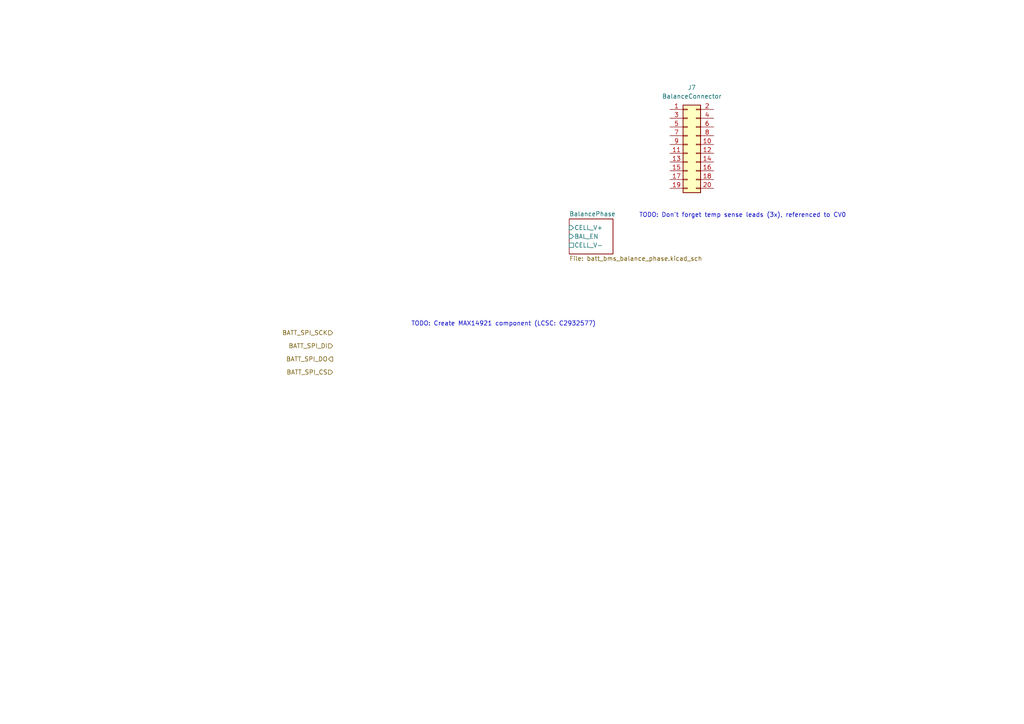
<source format=kicad_sch>
(kicad_sch (version 20231120) (generator "eeschema") (generator_version "8.0")
  (paper "A4")
  (lib_symbols
    (symbol "Connector_Generic:Conn_02x10_Odd_Even" (pin_names (offset 1.016) hide)
      (property "Reference" "J" (at 1.27 12.7 0))
      (property "Value" "Conn_02x10_Odd_Even" (at 1.27 -15.24 0))
      (symbol "Conn_02x10_Odd_Even_1_1"
        (rectangle (start -1.27 -12.573) (end 0 -12.827) (stroke (width 0.1524)))
        (rectangle (start -1.27 -10.033) (end 0 -10.287) (stroke (width 0.1524)))
        (rectangle (start -1.27 -7.493) (end 0 -7.747) (stroke (width 0.1524)))
        (rectangle (start -1.27 -4.953) (end 0 -5.207) (stroke (width 0.1524)))
        (rectangle (start -1.27 -2.413) (end 0 -2.667) (stroke (width 0.1524)))
        (rectangle (start -1.27 0.127) (end 0 -0.127) (stroke (width 0.1524)))
        (rectangle (start -1.27 2.667) (end 0 2.413) (stroke (width 0.1524)))
        (rectangle (start -1.27 5.207) (end 0 4.953) (stroke (width 0.1524)))
        (rectangle (start -1.27 7.747) (end 0 7.493) (stroke (width 0.1524)))
        (rectangle (start -1.27 10.287) (end 0 10.033) (stroke (width 0.1524)))
        (rectangle (start -1.27 11.43) (end 3.81 -13.97) (stroke (width 0.254)) (fill (type background)))
        (rectangle (start 3.81 -12.573) (end 2.54 -12.827) (stroke (width 0.1524)))
        (rectangle (start 3.81 -10.033) (end 2.54 -10.287) (stroke (width 0.1524)))
        (rectangle (start 3.81 -7.493) (end 2.54 -7.747) (stroke (width 0.1524)))
        (rectangle (start 3.81 -4.953) (end 2.54 -5.207) (stroke (width 0.1524)))
        (rectangle (start 3.81 -2.413) (end 2.54 -2.667) (stroke (width 0.1524)))
        (rectangle (start 3.81 0.127) (end 2.54 -0.127) (stroke (width 0.1524)))
        (rectangle (start 3.81 2.667) (end 2.54 2.413) (stroke (width 0.1524)))
        (rectangle (start 3.81 5.207) (end 2.54 4.953) (stroke (width 0.1524)))
        (rectangle (start 3.81 7.747) (end 2.54 7.493) (stroke (width 0.1524)))
        (rectangle (start 3.81 10.287) (end 2.54 10.033) (stroke (width 0.1524)))
        (pin passive line (at -5.08 10.16 0) (length 3.81) (name "Pin_1") (number "1"))
        (pin passive line (at 7.62 0 180) (length 3.81) (name "Pin_10") (number "10"))
        (pin passive line (at -5.08 -2.54 0) (length 3.81) (name "Pin_11") (number "11"))
        (pin passive line (at 7.62 -2.54 180) (length 3.81) (name "Pin_12") (number "12"))
        (pin passive line (at -5.08 -5.08 0) (length 3.81) (name "Pin_13") (number "13"))
        (pin passive line (at 7.62 -5.08 180) (length 3.81) (name "Pin_14") (number "14"))
        (pin passive line (at -5.08 -7.62 0) (length 3.81) (name "Pin_15") (number "15"))
        (pin passive line (at 7.62 -7.62 180) (length 3.81) (name "Pin_16") (number "16"))
        (pin passive line (at -5.08 -10.16 0) (length 3.81) (name "Pin_17") (number "17"))
        (pin passive line (at 7.62 -10.16 180) (length 3.81) (name "Pin_18") (number "18"))
        (pin passive line (at -5.08 -12.7 0) (length 3.81) (name "Pin_19") (number "19"))
        (pin passive line (at 7.62 10.16 180) (length 3.81) (name "Pin_2") (number "2"))
        (pin passive line (at 7.62 -12.7 180) (length 3.81) (name "Pin_20") (number "20"))
        (pin passive line (at -5.08 7.62 0) (length 3.81) (name "Pin_3") (number "3"))
        (pin passive line (at 7.62 7.62 180) (length 3.81) (name "Pin_4") (number "4"))
        (pin passive line (at -5.08 5.08 0) (length 3.81) (name "Pin_5") (number "5"))
        (pin passive line (at 7.62 5.08 180) (length 3.81) (name "Pin_6") (number "6"))
        (pin passive line (at -5.08 2.54 0) (length 3.81) (name "Pin_7") (number "7"))
        (pin passive line (at 7.62 2.54 180) (length 3.81) (name "Pin_8") (number "8"))
        (pin passive line (at -5.08 0 0) (length 3.81) (name "Pin_9") (number "9"))
      )
    )
  )
  (text "TODO: Create MAX14921 component (LCSC: C2932577)" (at 146.05 93.98 0) (effects (font (size 1.27 1.27))))
  (text "TODO: Don't forget temp sense leads (3x), referenced to CV0" (at 215.392 62.484 0) (effects (font (size 1.27 1.27))))
  (hierarchical_label "BATT_SPI_SCK" (shape input) (at 96.52 96.52 180))
  (hierarchical_label "BATT_SPI_CS" (shape input) (at 96.52 107.95 180))
  (hierarchical_label "BATT_SPI_DO" (shape output) (at 96.52 104.14 180))
  (hierarchical_label "BATT_SPI_DI" (shape input) (at 96.52 100.33 180))
  (symbol (lib_id "Connector_Generic:Conn_02x10_Odd_Even") (at 199.39 41.91 0) (unit 1)
    (property "Reference" "J7" (at 200.66 25.4 0))
    (property "Value" "BalanceConnector" (at 200.66 27.94 0))
    (property "Description" "Generic connector, double row, 02x10, odd/even pin numbering scheme (row 1 odd numbers, row 2 even numbers), script generated (kicad-library-utils/schlib/autogen/connector/)" (effects (hide yes)))
  )
  (sheet (at 165.1 63.5) (size 12.7 10.16) (stroke (width 0.1524))
    (property "Sheetname" "BalancePhase" (at 165.1 62.7884 0) (effects (justify left bottom)))
    (property "Sheetfile" "batt_bms_balance_phase.kicad_sch" (at 165.1 74.2446 0) (effects (justify left top)))
    (pin "CELL_V+" input (at 165.1 66.04 180))
    (pin "CELL_V-" passive (at 165.1 71.12 180))
    (pin "BAL_EN" input (at 165.1 68.58 180))
  )
)
</source>
